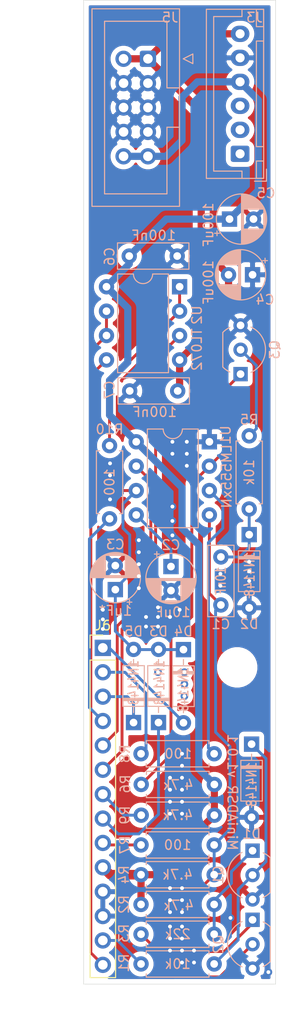
<source format=kicad_pcb>
(kicad_pcb (version 20171130) (host pcbnew 5.1.9+dfsg1-1~bpo10+1)
  (layers (0 F.Cu signal) (31 B.Cu signal) (34 B.Paste user) (35 F.Paste user) (36 B.SilkS user) (37 F.SilkS user) (38 B.Mask user) (39 F.Mask user) (44 Edge.Cuts user))
  (net 0 "")
  (net 1 "Net-(C1-Pad1)")
  (net 2 "Net-(C1-Pad2)")
  (net 3 "Net-(C2-Pad1)")
  (net 4 GND2)
  (net 5 "Net-(C3-Pad1)")
  (net 6 +12V)
  (net 7 -12V)
  (net 8 "Net-(D1-Pad1)")
  (net 9 "Net-(Q1-Pad1)")
  (net 10 "Net-(Q2-Pad2)")
  (net 11 "Net-(Q3-Pad2)")
  (net 12 "Net-(Q3-Pad1)")
  (net 13 "Net-(R8-Pad1)")
  (net 14 "Net-(R10-Pad1)")
  (net 15 B4)
  (net 16 B5)
  (net 17 B1)
  (net 18 B2)
  (net 19 B3)
  (net 20 B6)
  (net 21 B7)
  (net 22 B8)
  (net 23 B9)
  (net 24 B10)
  (net 25 B11)
  (module Resistor_THT:R_Axial_DIN0207_L6.3mm_D2.5mm_P7.62mm_Horizontal (layer B.Cu) (at 148.6 141 180)
    (fp_text reference R7 (at 9.3 0 270) (layer B.SilkS) (effects (justify mirror)))
    (fp_text value 100 (at 3.81 0) (layer B.SilkS) (effects (justify mirror)))
    (pad 1 thru_hole circle (at 0 0 180) (size 1.6 1.6) (drill 0.8) (layers *.Cu *.Mask) (net 2 "Net-(C1-Pad2)"))
    (pad 2 thru_hole oval (at 7.62 0 180) (size 1.6 1.6) (drill 0.8) (layers *.Cu *.Mask) (net 25 B11))
  )
  (module Capacitor_THT:C_Rect_L7.2mm_W2.5mm_P5.00mm_FKS2_FKP2_MKS2_MKP2 (layer B.Cu) (at 149.3 111 270)
    (fp_text reference C1 (at 7 0 180) (layer B.SilkS) (effects (justify mirror)))
    (fp_text value 10nF (at 2.5 0 90) (layer B.SilkS) (effects (font (size 1 0.8)) (justify mirror)))
    (pad 1 thru_hole circle (at 0 0 270) (size 1.6 1.6) (drill 0.8) (layers *.Cu *.Mask) (net 1 "Net-(C1-Pad1)"))
    (pad 2 thru_hole circle (at 5 0 270) (size 1.6 1.6) (drill 0.8) (layers *.Cu *.Mask) (net 2 "Net-(C1-Pad2)"))
  )
  (module Diode_THT:D_DO-35_SOD27_P7.62mm_Horizontal (layer B.Cu) (at 152.5 130.5 270)
    (fp_text reference D1 (at 9.35 0 180) (layer B.SilkS) (effects (justify mirror)))
    (fp_text value 1N4148 (at 4.2 0 270) (layer B.SilkS) (effects (font (size 1 0.8)) (justify mirror)))
    (pad 2 thru_hole oval (at 7.62 0 270) (size 1.6 1.6) (drill 0.8) (layers *.Cu *.Mask) (net 4 GND2))
    (pad 1 thru_hole rect (at 0 0 270) (size 1.6 1.6) (drill 0.8) (layers *.Cu *.Mask) (net 8 "Net-(D1-Pad1)"))
  )
  (module Resistor_THT:R_Axial_DIN0207_L6.3mm_D2.5mm_P7.62mm_Horizontal (layer B.Cu) (at 152.25 106 90)
    (fp_text reference R5 (at 9.3 0 180) (layer B.SilkS) (effects (justify mirror)))
    (fp_text value 10k (at 3.81 0 90) (layer B.SilkS) (effects (justify mirror)))
    (pad 1 thru_hole circle (at 0 0 90) (size 1.6 1.6) (drill 0.8) (layers *.Cu *.Mask) (net 1 "Net-(C1-Pad1)"))
    (pad 2 thru_hole oval (at 7.62 0 90) (size 1.6 1.6) (drill 0.8) (layers *.Cu *.Mask) (net 11 "Net-(Q3-Pad2)"))
  )
  (module Diode_THT:D_DO-35_SOD27_P7.62mm_Horizontal (layer B.Cu) (at 152.25 108.675 270)
    (fp_text reference D2 (at 9.3 0 180) (layer B.SilkS) (effects (justify mirror)))
    (fp_text value 1N4148 (at 4.125 -0.05 270) (layer B.SilkS) (effects (font (size 1 0.8)) (justify mirror)))
    (pad 1 thru_hole rect (at 0 0 270) (size 1.6 1.6) (drill 0.8) (layers *.Cu *.Mask) (net 1 "Net-(C1-Pad1)"))
    (pad 2 thru_hole oval (at 7.62 0 270) (size 1.6 1.6) (drill 0.8) (layers *.Cu *.Mask) (net 4 GND2))
  )
  (module Package_DIP:DIP-8_W7.62mm (layer B.Cu) (at 148.1 99 180)
    (fp_text reference U1 (at -1.7 0.7 90) (layer B.SilkS) (effects (justify mirror)))
    (fp_text value LM555xN (at -1.8 -3.6 90) (layer B.SilkS) (effects (justify mirror)))
    (pad 1 thru_hole rect (at 0 0 180) (size 1.6 1.6) (drill 0.8) (layers *.Cu *.Mask) (net 4 GND2))
    (pad 5 thru_hole oval (at 7.62 -7.62 180) (size 1.6 1.6) (drill 0.8) (layers *.Cu *.Mask) (net 3 "Net-(C2-Pad1)"))
    (pad 2 thru_hole oval (at 0 -2.54 180) (size 1.6 1.6) (drill 0.8) (layers *.Cu *.Mask) (net 12 "Net-(Q3-Pad1)"))
    (pad 6 thru_hole oval (at 7.62 -5.08 180) (size 1.6 1.6) (drill 0.8) (layers *.Cu *.Mask) (net 5 "Net-(C3-Pad1)"))
    (pad 3 thru_hole oval (at 0 -5.08 180) (size 1.6 1.6) (drill 0.8) (layers *.Cu *.Mask) (net 13 "Net-(R8-Pad1)"))
    (pad 7 thru_hole oval (at 7.62 -2.54 180) (size 1.6 1.6) (drill 0.8) (layers *.Cu *.Mask) (net 21 B7))
    (pad 4 thru_hole oval (at 0 -7.62 180) (size 1.6 1.6) (drill 0.8) (layers *.Cu *.Mask) (net 2 "Net-(C1-Pad2)"))
    (pad 8 thru_hole oval (at 7.62 0 180) (size 1.6 1.6) (drill 0.8) (layers *.Cu *.Mask) (net 6 +12V))
  )
  (module Capacitor_THT:CP_Radial_D5.0mm_P2.50mm (layer B.Cu) (at 144.1 112 270)
    (fp_text reference C2 (at -2.25 0 180) (layer B.SilkS) (effects (justify mirror)))
    (fp_text value 10uF (at 4.75 -0.2 180) (layer B.SilkS) (effects (justify mirror)))
    (pad 2 thru_hole circle (at 2.5 0 270) (size 1.6 1.6) (drill 0.8) (layers *.Cu *.Mask) (net 4 GND2))
    (pad 1 thru_hole rect (at 0 0 270) (size 1.6 1.6) (drill 0.8) (layers *.Cu *.Mask) (net 3 "Net-(C2-Pad1)"))
  )
  (module Connector_PinHeader_2.54mm:PinHeader_1x14_P2.54mm_Vertical (layer F.Cu) (at 137 120.47)
    (fp_text reference J6 (at 0 -2.33) (layer F.SilkS))
    (fp_text value MainBoard_Pins)
    (pad 1 thru_hole rect (at 0 0) (size 1.7 1.7) (drill 1) (layers *.Cu *.Mask) (net 19 B3))
    (pad 2 thru_hole oval (at 0 2.54) (size 1.7 1.7) (drill 1) (layers *.Cu *.Mask) (net 15 B4))
    (pad 3 thru_hole oval (at 0 5.08) (size 1.7 1.7) (drill 1) (layers *.Cu *.Mask) (net 16 B5))
    (pad 4 thru_hole oval (at 0 7.62) (size 1.7 1.7) (drill 1) (layers *.Cu *.Mask) (net 20 B6))
    (pad 5 thru_hole oval (at 0 10.16) (size 1.7 1.7) (drill 1) (layers *.Cu *.Mask) (net 21 B7))
    (pad 6 thru_hole oval (at 0 12.7) (size 1.7 1.7) (drill 1) (layers *.Cu *.Mask) (net 22 B8))
    (pad 7 thru_hole oval (at 0 15.24) (size 1.7 1.7) (drill 1) (layers *.Cu *.Mask) (net 23 B9))
    (pad 8 thru_hole oval (at 0 17.78) (size 1.7 1.7) (drill 1) (layers *.Cu *.Mask) (net 24 B10))
    (pad 9 thru_hole oval (at 0 20.32) (size 1.7 1.7) (drill 1) (layers *.Cu *.Mask) (net 25 B11))
    (pad 10 thru_hole oval (at 0 22.86) (size 1.7 1.7) (drill 1) (layers *.Cu *.Mask) (net 6 +12V))
    (pad 11 thru_hole oval (at 0 25.4) (size 1.7 1.7) (drill 1) (layers *.Cu *.Mask) (net 4 GND2))
    (pad 12 thru_hole oval (at 0 27.94) (size 1.7 1.7) (drill 1) (layers *.Cu *.Mask) (net 4 GND2))
    (pad 13 thru_hole oval (at 0 30.48) (size 1.7 1.7) (drill 1) (layers *.Cu *.Mask) (net 17 B1))
    (pad 14 thru_hole oval (at 0 33.02) (size 1.7 1.7) (drill 1) (layers *.Cu *.Mask) (net 18 B2))
  )
  (module Resistor_THT:R_Axial_DIN0207_L6.3mm_D2.5mm_P7.62mm_Horizontal (layer B.Cu) (at 148.6 150.3 180)
    (fp_text reference R3 (at 9.4 0.1 270) (layer B.SilkS) (effects (justify mirror)))
    (fp_text value 22k (at 3.8 0) (layer B.SilkS) (effects (justify mirror)))
    (pad 1 thru_hole circle (at 0 0 180) (size 1.6 1.6) (drill 0.8) (layers *.Cu *.Mask) (net 9 "Net-(Q1-Pad1)"))
    (pad 2 thru_hole oval (at 7.62 0 180) (size 1.6 1.6) (drill 0.8) (layers *.Cu *.Mask) (net 10 "Net-(Q2-Pad2)"))
  )
  (module Resistor_THT:R_Axial_DIN0207_L6.3mm_D2.5mm_P7.62mm_Horizontal (layer B.Cu) (at 148.6 153.4 180)
    (fp_text reference R1 (at 9.4 0.1 270) (layer B.SilkS) (effects (justify mirror)))
    (fp_text value 10k (at 3.8 0) (layer B.SilkS) (effects (justify mirror)))
    (pad 1 thru_hole circle (at 0 0 180) (size 1.6 1.6) (drill 0.8) (layers *.Cu *.Mask) (net 8 "Net-(D1-Pad1)"))
    (pad 2 thru_hole oval (at 7.62 0 180) (size 1.6 1.6) (drill 0.8) (layers *.Cu *.Mask) (net 17 B1))
  )
  (module Resistor_THT:R_Axial_DIN0207_L6.3mm_D2.5mm_P7.62mm_Horizontal (layer B.Cu) (at 141 137.9)
    (fp_text reference R9 (at -1.7 0 270) (layer B.SilkS) (effects (justify mirror)))
    (fp_text value 4.7k (at 3.81 0) (layer B.SilkS) (effects (justify mirror)))
    (pad 2 thru_hole oval (at 7.62 0) (size 1.6 1.6) (drill 0.8) (layers *.Cu *.Mask) (net 6 +12V))
    (pad 1 thru_hole circle (at 0 0) (size 1.6 1.6) (drill 0.8) (layers *.Cu *.Mask) (net 23 B9))
  )
  (module MountingHole:MountingHole_3.2mm_M3 (layer F.Cu) (at 151 122.5)
    (fp_text reference REF** hide)
    (fp_text value MountingHole_3.2mm_M3)
    (pad 1 np_thru_hole circle (at 0 0) (size 3.2 3.2) (drill 3.2) (layers *.Cu *.Mask))
  )
  (module Resistor_THT:R_Axial_DIN0207_L6.3mm_D2.5mm_P7.62mm_Horizontal (layer B.Cu) (at 137.7 99.4 270)
    (fp_text reference R10 (at -1.7 0 180) (layer B.SilkS) (effects (justify mirror)))
    (fp_text value 100 (at 3.8 0 90) (layer B.SilkS) (effects (justify mirror)))
    (pad 2 thru_hole oval (at 7.62 0 270) (size 1.6 1.6) (drill 0.8) (layers *.Cu *.Mask) (net 20 B6))
    (pad 1 thru_hole circle (at 0 0 270) (size 1.6 1.6) (drill 0.8) (layers *.Cu *.Mask) (net 14 "Net-(R10-Pad1)"))
  )
  (module Resistor_THT:R_Axial_DIN0207_L6.3mm_D2.5mm_P7.62mm_Horizontal (layer B.Cu) (at 148.6 131.5 180)
    (fp_text reference R8 (at 9.3 0 270) (layer B.SilkS) (effects (justify mirror)))
    (fp_text value 100 (at 3.75 0) (layer B.SilkS) (effects (justify mirror)))
    (pad 1 thru_hole circle (at 0 0 180) (size 1.6 1.6) (drill 0.8) (layers *.Cu *.Mask) (net 13 "Net-(R8-Pad1)"))
    (pad 2 thru_hole oval (at 7.62 0 180) (size 1.6 1.6) (drill 0.8) (layers *.Cu *.Mask) (net 15 B4))
  )
  (module Resistor_THT:R_Axial_DIN0207_L6.3mm_D2.5mm_P7.62mm_Horizontal (layer B.Cu) (at 141 134.7)
    (fp_text reference R6 (at -1.65 -0.05 270) (layer B.SilkS) (effects (justify mirror)))
    (fp_text value 4.7k (at 3.85 0.05) (layer B.SilkS) (effects (justify mirror)))
    (pad 2 thru_hole oval (at 7.62 0) (size 1.6 1.6) (drill 0.8) (layers *.Cu *.Mask) (net 6 +12V))
    (pad 1 thru_hole circle (at 0 0) (size 1.6 1.6) (drill 0.8) (layers *.Cu *.Mask) (net 12 "Net-(Q3-Pad1)"))
  )
  (module Resistor_THT:R_Axial_DIN0207_L6.3mm_D2.5mm_P7.62mm_Horizontal (layer B.Cu) (at 148.6 144.1 180)
    (fp_text reference R4 (at 9.4 0 270) (layer B.SilkS) (effects (justify mirror)))
    (fp_text value 4.7k (at 3.81 0) (layer B.SilkS) (effects (justify mirror)))
    (pad 2 thru_hole oval (at 7.62 0 180) (size 1.6 1.6) (drill 0.8) (layers *.Cu *.Mask) (net 6 +12V))
    (pad 1 thru_hole circle (at 0 0 180) (size 1.6 1.6) (drill 0.8) (layers *.Cu *.Mask) (net 2 "Net-(C1-Pad2)"))
  )
  (module Resistor_THT:R_Axial_DIN0207_L6.3mm_D2.5mm_P7.62mm_Horizontal (layer B.Cu) (at 148.6 147.2 180)
    (fp_text reference R2 (at 9.4 0 270) (layer B.SilkS) (effects (justify mirror)))
    (fp_text value 4.7k (at 3.7 -0.1) (layer B.SilkS) (effects (justify mirror)))
    (pad 2 thru_hole oval (at 7.62 0 180) (size 1.6 1.6) (drill 0.8) (layers *.Cu *.Mask) (net 6 +12V))
    (pad 1 thru_hole circle (at 0 0 180) (size 1.6 1.6) (drill 0.8) (layers *.Cu *.Mask) (net 9 "Net-(Q1-Pad1)"))
  )
  (module Capacitor_THT:CP_Radial_D5.0mm_P2.50mm (layer B.Cu) (at 138.3 114.4 90)
    (fp_text reference C3 (at 4.7 0 180) (layer B.SilkS) (effects (justify mirror)))
    (fp_text value 1uF* (at -2.2 0 180) (layer B.SilkS) (effects (justify mirror)))
    (pad 1 thru_hole rect (at 0 0 90) (size 1.6 1.6) (drill 0.8) (layers *.Cu *.Mask) (net 5 "Net-(C3-Pad1)"))
    (pad 2 thru_hole circle (at 2.5 0 90) (size 1.6 1.6) (drill 0.8) (layers *.Cu *.Mask) (net 4 GND2))
  )
  (module Capacitor_THT:CP_Radial_D5.0mm_P2.50mm (layer B.Cu) (at 150.2 75.8)
    (fp_text reference C4 (at 3.7 8.4 180) (layer B.SilkS) (effects (justify mirror)))
    (fp_text value 100uF (at -2.2 0.6 90) (layer B.SilkS) (effects (justify mirror)))
    (pad 2 thru_hole circle (at 2.5 0) (size 1.6 1.6) (drill 0.8) (layers *.Cu *.Mask) (net 4 GND2))
    (pad 1 thru_hole rect (at 0 0) (size 1.6 1.6) (drill 0.8) (layers *.Cu *.Mask) (net 6 +12V))
  )
  (module Capacitor_THT:CP_Radial_D5.0mm_P2.50mm (layer B.Cu) (at 152.6 81.6 180)
    (fp_text reference C5 (at -1.4 8.5 180) (layer B.SilkS) (effects (justify mirror)))
    (fp_text value 100uF (at 4.6 -0.8 90) (layer B.SilkS) (effects (justify mirror)))
    (pad 1 thru_hole rect (at 0 0 180) (size 1.6 1.6) (drill 0.8) (layers *.Cu *.Mask) (net 4 GND2))
    (pad 2 thru_hole circle (at 2.5 0 180) (size 1.6 1.6) (drill 0.8) (layers *.Cu *.Mask) (net 7 -12V))
  )
  (module Capacitor_THT:C_Rect_L7.2mm_W2.5mm_P5.00mm_FKS2_FKP2_MKS2_MKP2 (layer B.Cu) (at 139.75 79.65)
    (fp_text reference C6 (at -2.05 0.05 90) (layer B.SilkS) (effects (justify mirror)))
    (fp_text value 100nF (at 2.55 -2.15) (layer B.SilkS) (effects (justify mirror)))
    (pad 2 thru_hole circle (at 5 0) (size 1.6 1.6) (drill 0.8) (layers *.Cu *.Mask) (net 4 GND2))
    (pad 1 thru_hole circle (at 0 0) (size 1.6 1.6) (drill 0.8) (layers *.Cu *.Mask) (net 6 +12V))
  )
  (module Capacitor_THT:C_Rect_L7.2mm_W2.5mm_P5.00mm_FKS2_FKP2_MKS2_MKP2 (layer B.Cu) (at 139.8 93.7)
    (fp_text reference C7 (at -2.1 -0.1 90) (layer B.SilkS) (effects (justify mirror)))
    (fp_text value 100nF (at 2.6 2.2) (layer B.SilkS) (effects (justify mirror)))
    (pad 1 thru_hole circle (at 0 0) (size 1.6 1.6) (drill 0.8) (layers *.Cu *.Mask) (net 4 GND2))
    (pad 2 thru_hole circle (at 5 0) (size 1.6 1.6) (drill 0.8) (layers *.Cu *.Mask) (net 7 -12V))
  )
  (module Diode_THT:D_DO-35_SOD27_P7.62mm_Horizontal (layer B.Cu) (at 142.8 128.25 90)
    (fp_text reference D3 (at 9.5 0) (layer B.SilkS) (effects (justify mirror)))
    (fp_text value 1N4148 (at 4.15 0.1 90) (layer B.SilkS) (effects (font (size 1 0.8)) (justify mirror)))
    (pad 2 thru_hole oval (at 7.62 0 90) (size 1.6 1.6) (drill 0.8) (layers *.Cu *.Mask) (net 5 "Net-(C3-Pad1)"))
    (pad 1 thru_hole rect (at 0 0 90) (size 1.6 1.6) (drill 0.8) (layers *.Cu *.Mask) (net 24 B10))
  )
  (module Diode_THT:D_DO-35_SOD27_P7.62mm_Horizontal (layer B.Cu) (at 145.4 120.65 270)
    (fp_text reference D4 (at -1.9 0 180) (layer B.SilkS) (effects (justify mirror)))
    (fp_text value 1N4148 (at 4.15 0 90) (layer B.SilkS) (effects (font (size 1 0.8)) (justify mirror)))
    (pad 1 thru_hole rect (at 0 0 270) (size 1.6 1.6) (drill 0.8) (layers *.Cu *.Mask) (net 5 "Net-(C3-Pad1)"))
    (pad 2 thru_hole oval (at 7.62 0 270) (size 1.6 1.6) (drill 0.8) (layers *.Cu *.Mask) (net 19 B3))
  )
  (module Diode_THT:D_DO-35_SOD27_P7.62mm_Horizontal (layer B.Cu) (at 140.2 128.25 90)
    (fp_text reference D5 (at 9.5 0 180) (layer B.SilkS) (effects (justify mirror)))
    (fp_text value 1N4148 (at 4.15 0 90) (layer B.SilkS) (effects (font (size 1 0.8)) (justify mirror)))
    (pad 1 thru_hole rect (at 0 0 90) (size 1.6 1.6) (drill 0.8) (layers *.Cu *.Mask) (net 16 B5))
    (pad 2 thru_hole oval (at 7.62 0 90) (size 1.6 1.6) (drill 0.8) (layers *.Cu *.Mask) (net 5 "Net-(C3-Pad1)"))
  )
  (module Connector_JST:JST_XH_B6B-XH-A_1x06_P2.50mm_Vertical (layer B.Cu) (at 151.3 69 90)
    (fp_text reference J3 (at 14.2 1.5) (layer B.SilkS) (effects (justify mirror)))
    (fp_text value JST_BUS)
    (pad 1 thru_hole roundrect (at 0 0 90) (size 1.7 1.95) (drill 0.95) (layers *.Cu *.Mask) (roundrect_rratio 0.1470588235294118))
    (pad 2 thru_hole oval (at 2.5 0 90) (size 1.7 1.95) (drill 0.95) (layers *.Cu *.Mask))
    (pad 3 thru_hole oval (at 5 0 90) (size 1.7 1.95) (drill 0.95) (layers *.Cu *.Mask))
    (pad 4 thru_hole oval (at 7.5 0 90) (size 1.7 1.95) (drill 0.95) (layers *.Cu *.Mask) (net 6 +12V))
    (pad 5 thru_hole oval (at 10 0 90) (size 1.7 1.95) (drill 0.95) (layers *.Cu *.Mask) (net 4 GND2))
    (pad 6 thru_hole oval (at 12.5 0 90) (size 1.7 1.95) (drill 0.95) (layers *.Cu *.Mask) (net 7 -12V))
  )
  (module Connector_IDC:IDC-Header_2x05_P2.54mm_Vertical (layer B.Cu) (at 141.7 59.1 180)
    (fp_text reference J5 (at -2.3 4.3) (layer B.SilkS) (effects (justify mirror)))
    (fp_text value IDC_BUS)
    (pad 1 thru_hole roundrect (at 0 0 180) (size 1.7 1.7) (drill 1) (layers *.Cu *.Mask) (roundrect_rratio 0.1470588235294118) (net 7 -12V))
    (pad 3 thru_hole circle (at 0 -2.54 180) (size 1.7 1.7) (drill 1) (layers *.Cu *.Mask) (net 4 GND2))
    (pad 5 thru_hole circle (at 0 -5.08 180) (size 1.7 1.7) (drill 1) (layers *.Cu *.Mask) (net 4 GND2))
    (pad 7 thru_hole circle (at 0 -7.62 180) (size 1.7 1.7) (drill 1) (layers *.Cu *.Mask) (net 4 GND2))
    (pad 9 thru_hole circle (at 0 -10.16 180) (size 1.7 1.7) (drill 1) (layers *.Cu *.Mask) (net 6 +12V))
    (pad 2 thru_hole circle (at 2.54 0 180) (size 1.7 1.7) (drill 1) (layers *.Cu *.Mask) (net 7 -12V))
    (pad 4 thru_hole circle (at 2.54 -2.54 180) (size 1.7 1.7) (drill 1) (layers *.Cu *.Mask) (net 4 GND2))
    (pad 6 thru_hole circle (at 2.54 -5.08 180) (size 1.7 1.7) (drill 1) (layers *.Cu *.Mask) (net 4 GND2))
    (pad 8 thru_hole circle (at 2.54 -7.62 180) (size 1.7 1.7) (drill 1) (layers *.Cu *.Mask) (net 4 GND2))
    (pad 10 thru_hole circle (at 2.54 -10.16 180) (size 1.7 1.7) (drill 1) (layers *.Cu *.Mask) (net 6 +12V))
  )
  (module Package_DIP:DIP-8_W7.62mm (layer B.Cu) (at 145 82.85 180)
    (fp_text reference U2 (at -1.8 -2.95 90) (layer B.SilkS) (effects (justify mirror)))
    (fp_text value TL072 (at -1.8 -6.55 90) (layer B.SilkS) (effects (justify mirror)))
    (pad 8 thru_hole oval (at 7.62 0 180) (size 1.6 1.6) (drill 0.8) (layers *.Cu *.Mask) (net 6 +12V))
    (pad 4 thru_hole oval (at 0 -7.62 180) (size 1.6 1.6) (drill 0.8) (layers *.Cu *.Mask) (net 7 -12V))
    (pad 7 thru_hole oval (at 7.62 -2.54 180) (size 1.6 1.6) (drill 0.8) (layers *.Cu *.Mask) (net 18 B2))
    (pad 3 thru_hole oval (at 0 -5.08 180) (size 1.6 1.6) (drill 0.8) (layers *.Cu *.Mask) (net 22 B8))
    (pad 6 thru_hole oval (at 7.62 -5.08 180) (size 1.6 1.6) (drill 0.8) (layers *.Cu *.Mask) (net 18 B2))
    (pad 2 thru_hole oval (at 0 -2.54 180) (size 1.6 1.6) (drill 0.8) (layers *.Cu *.Mask) (net 14 "Net-(R10-Pad1)"))
    (pad 5 thru_hole oval (at 7.62 -7.62 180) (size 1.6 1.6) (drill 0.8) (layers *.Cu *.Mask) (net 5 "Net-(C3-Pad1)"))
    (pad 1 thru_hole rect (at 0 0 180) (size 1.6 1.6) (drill 0.8) (layers *.Cu *.Mask) (net 14 "Net-(R10-Pad1)"))
  )
  (module Package_TO_SOT_THT:TO-92_Inline_Wide (layer B.Cu) (at 152.6 141.6 270)
    (fp_text reference Q1 (at 2.54 3.56 90) (layer B.SilkS) (effects (justify mirror)))
    (fp_text value BC547)
    (pad 2 thru_hole circle (at 2.54 0 270) (size 1.5 1.5) (drill 0.8) (layers *.Cu *.Mask) (net 8 "Net-(D1-Pad1)"))
    (pad 3 thru_hole circle (at 5.08 0 270) (size 1.5 1.5) (drill 0.8) (layers *.Cu *.Mask) (net 4 GND2))
    (pad 1 thru_hole rect (at 0 0 270) (size 1.5 1.5) (drill 0.8) (layers *.Cu *.Mask) (net 9 "Net-(Q1-Pad1)"))
  )
  (module Package_TO_SOT_THT:TO-92_Inline_Wide (layer B.Cu) (at 152.6 148.8 270)
    (fp_text reference Q2 (at 2.54 3.56 90) (layer B.SilkS) (effects (justify mirror)))
    (fp_text value BC547)
    (pad 1 thru_hole rect (at 0 0 270) (size 1.5 1.5) (drill 0.8) (layers *.Cu *.Mask) (net 2 "Net-(C1-Pad2)"))
    (pad 3 thru_hole circle (at 5.08 0 270) (size 1.5 1.5) (drill 0.8) (layers *.Cu *.Mask) (net 4 GND2))
    (pad 2 thru_hole circle (at 2.54 0 270) (size 1.5 1.5) (drill 0.8) (layers *.Cu *.Mask) (net 10 "Net-(Q2-Pad2)"))
  )
  (module Package_TO_SOT_THT:TO-92_Inline_Wide (layer B.Cu) (at 151.35 91.95 90)
    (fp_text reference Q3 (at 2.54 3.56 90) (layer B.SilkS) (effects (justify mirror)))
    (fp_text value BC547)
    (pad 2 thru_hole circle (at 2.54 0 90) (size 1.5 1.5) (drill 0.8) (layers *.Cu *.Mask) (net 11 "Net-(Q3-Pad2)"))
    (pad 3 thru_hole circle (at 5.08 0 90) (size 1.5 1.5) (drill 0.8) (layers *.Cu *.Mask) (net 4 GND2))
    (pad 1 thru_hole rect (at 0 0 90) (size 1.5 1.5) (drill 0.8) (layers *.Cu *.Mask) (net 12 "Net-(Q3-Pad1)"))
  )
  (gr_text "MiniADSR v1.0.1" (at 150.5 135.5 270) (layer B.SilkS) (effects (font (size 1 1)) (justify mirror)))
  (gr_line (start 135 155.5) (end 135 53) (layer Edge.Cuts) (width 0.05))
  (gr_line (start 155 155.5) (end 135 155.5) (layer Edge.Cuts) (width 0.05))
  (gr_line (start 155 53) (end 155 155.5) (layer Edge.Cuts) (width 0.05))
  (gr_line (start 135 53) (end 155 53) (layer Edge.Cuts) (width 0.05))
  (via (at 145.5 123) (size 0.8) (drill 0.4) (layers F.Cu B.Cu) (net 0))
  (via (at 145.5 124.25) (size 0.8) (drill 0.4) (layers F.Cu B.Cu) (net 0))
  (via (at 145.5 125.5) (size 0.8) (drill 0.4) (layers F.Cu B.Cu) (net 0))
  (via (at 142.75 123) (size 0.8) (drill 0.4) (layers F.Cu B.Cu) (net 0))
  (segment (start 152.25 106) (end 152.25 108.675) (width 0.3) (layer B.Cu) (net 1))
  (segment (start 151.25 111) (end 149.3 111) (width 0.3) (layer B.Cu) (net 1))
  (segment (start 152.25 108.675) (end 152.25 110) (width 0.3) (layer B.Cu) (net 1))
  (segment (start 152.25 110) (end 151.25 111) (width 0.3) (layer B.Cu) (net 1))
  (segment (start 147.15 151.15) (end 147.15 145.55) (width 0.3) (layer F.Cu) (net 2))
  (segment (start 148.1 152.1) (end 147.15 151.15) (width 0.3) (layer F.Cu) (net 2))
  (segment (start 147.15 145.55) (end 148.6 144.1) (width 0.3) (layer F.Cu) (net 2))
  (segment (start 149.65 152.1) (end 148.1 152.1) (width 0.3) (layer F.Cu) (net 2))
  (segment (start 152.6 148.8) (end 152.6 149.15) (width 0.3) (layer F.Cu) (net 2))
  (segment (start 152.6 149.15) (end 149.65 152.1) (width 0.3) (layer F.Cu) (net 2))
  (segment (start 148.1 114.8) (end 149.3 116) (width 0.3) (layer F.Cu) (net 2))
  (segment (start 148.1 106.62) (end 148.1 114.8) (width 0.3) (layer F.Cu) (net 2))
  (segment (start 150.25 139.35) (end 148.6 141) (width 0.3) (layer B.Cu) (net 2))
  (segment (start 150.25 130.75) (end 150.25 139.35) (width 0.3) (layer B.Cu) (net 2))
  (segment (start 148.6 141) (end 148.6 144.1) (width 0.3) (layer B.Cu) (net 2))
  (segment (start 148.75 129.25) (end 150.25 130.75) (width 0.3) (layer B.Cu) (net 2))
  (segment (start 149.3 116) (end 148.75 116.55) (width 0.3) (layer B.Cu) (net 2))
  (segment (start 148.75 116.55) (end 148.75 129.25) (width 0.3) (layer B.Cu) (net 2))
  (segment (start 144.1 110.24) (end 140.48 106.62) (width 0.3) (layer B.Cu) (net 3))
  (segment (start 144.1 112) (end 144.1 110.24) (width 0.3) (layer B.Cu) (net 3))
  (via (at 154.25 154.25) (size 0.8) (drill 0.4) (layers F.Cu B.Cu) (net 4))
  (via (at 150.3 148.6) (size 0.8) (drill 0.4) (layers F.Cu B.Cu) (net 4))
  (via (at 144 117.25) (size 0.8) (drill 0.4) (layers F.Cu B.Cu) (net 4))
  (via (at 142.75 117.25) (size 0.8) (drill 0.4) (layers F.Cu B.Cu) (net 4))
  (via (at 141.5 117.25) (size 0.8) (drill 0.4) (layers F.Cu B.Cu) (net 4))
  (via (at 137 116.5) (size 0.8) (drill 0.4) (layers F.Cu B.Cu) (net 4))
  (via (at 137 117.5) (size 0.8) (drill 0.4) (layers F.Cu B.Cu) (net 4))
  (via (at 137 118.5) (size 0.8) (drill 0.4) (layers F.Cu B.Cu) (net 4))
  (via (at 144.25 108.75) (size 0.8) (drill 0.4) (layers F.Cu B.Cu) (net 4))
  (via (at 142.75 116.25) (size 0.8) (drill 0.4) (layers F.Cu B.Cu) (net 4))
  (via (at 142.75 118.25) (size 0.8) (drill 0.4) (layers F.Cu B.Cu) (net 4))
  (via (at 141.5 118.25) (size 0.8) (drill 0.4) (layers F.Cu B.Cu) (net 4))
  (via (at 140.75 114.25) (size 0.8) (drill 0.4) (layers F.Cu B.Cu) (net 4))
  (via (at 140.75 113) (size 0.8) (drill 0.4) (layers F.Cu B.Cu) (net 4))
  (via (at 140.75 111.75) (size 0.8) (drill 0.4) (layers F.Cu B.Cu) (net 4))
  (via (at 145 116.5) (size 0.8) (drill 0.4) (layers F.Cu B.Cu) (net 4))
  (via (at 152.25 113.5) (size 0.8) (drill 0.4) (layers F.Cu B.Cu) (net 4))
  (via (at 152.25 112.5) (size 0.8) (drill 0.4) (layers F.Cu B.Cu) (net 4))
  (via (at 152.25 111.5) (size 0.8) (drill 0.4) (layers F.Cu B.Cu) (net 4))
  (via (at 149.25 112.75) (size 0.8) (drill 0.4) (layers F.Cu B.Cu) (net 4))
  (via (at 149.25 114) (size 0.8) (drill 0.4) (layers F.Cu B.Cu) (net 4))
  (via (at 145.75 99) (size 0.8) (drill 0.4) (layers F.Cu B.Cu) (net 4))
  (via (at 145.75 100.25) (size 0.8) (drill 0.4) (layers F.Cu B.Cu) (net 4))
  (via (at 145.75 101.5) (size 0.8) (drill 0.4) (layers F.Cu B.Cu) (net 4))
  (via (at 144.25 100.25) (size 0.8) (drill 0.4) (layers F.Cu B.Cu) (net 4))
  (via (at 144.25 99) (size 0.8) (drill 0.4) (layers F.Cu B.Cu) (net 4))
  (via (at 144.25 105.75) (size 0.8) (drill 0.4) (layers F.Cu B.Cu) (net 4))
  (via (at 144.25 107.25) (size 0.8) (drill 0.4) (layers F.Cu B.Cu) (net 4))
  (via (at 140.75 110.5) (size 0.8) (drill 0.4) (layers F.Cu B.Cu) (net 4))
  (via (at 140.75 109.25) (size 0.8) (drill 0.4) (layers F.Cu B.Cu) (net 4))
  (via (at 145.25 131.5) (size 0.8) (drill 0.4) (layers F.Cu B.Cu) (net 4))
  (via (at 145.25 132.75) (size 0.8) (drill 0.4) (layers F.Cu B.Cu) (net 4))
  (via (at 145.25 134) (size 0.8) (drill 0.4) (layers F.Cu B.Cu) (net 4))
  (via (at 145.25 135.25) (size 0.8) (drill 0.4) (layers F.Cu B.Cu) (net 4))
  (via (at 145.25 136.5) (size 0.8) (drill 0.4) (layers F.Cu B.Cu) (net 4))
  (via (at 145.25 137.75) (size 0.8) (drill 0.4) (layers F.Cu B.Cu) (net 4))
  (via (at 144 137.75) (size 0.8) (drill 0.4) (layers F.Cu B.Cu) (net 4))
  (via (at 144 136.5) (size 0.8) (drill 0.4) (layers F.Cu B.Cu) (net 4))
  (via (at 144 135.25) (size 0.8) (drill 0.4) (layers F.Cu B.Cu) (net 4))
  (via (at 144 134) (size 0.8) (drill 0.4) (layers F.Cu B.Cu) (net 4))
  (via (at 144 145.5) (size 0.8) (drill 0.4) (layers F.Cu B.Cu) (net 4))
  (via (at 144 146.75) (size 0.8) (drill 0.4) (layers F.Cu B.Cu) (net 4))
  (via (at 144 148) (size 0.8) (drill 0.4) (layers F.Cu B.Cu) (net 4))
  (via (at 144 149.5) (size 0.8) (drill 0.4) (layers F.Cu B.Cu) (net 4))
  (via (at 144 150.75) (size 0.8) (drill 0.4) (layers F.Cu B.Cu) (net 4))
  (via (at 144 152) (size 0.8) (drill 0.4) (layers F.Cu B.Cu) (net 4))
  (via (at 145.25 152) (size 0.8) (drill 0.4) (layers F.Cu B.Cu) (net 4))
  (via (at 145.25 150.75) (size 0.8) (drill 0.4) (layers F.Cu B.Cu) (net 4))
  (via (at 145.25 149.5) (size 0.8) (drill 0.4) (layers F.Cu B.Cu) (net 4))
  (via (at 145.25 148) (size 0.8) (drill 0.4) (layers F.Cu B.Cu) (net 4))
  (via (at 145.25 146.75) (size 0.8) (drill 0.4) (layers F.Cu B.Cu) (net 4))
  (via (at 145.25 145.5) (size 0.8) (drill 0.4) (layers F.Cu B.Cu) (net 4))
  (via (at 145.25 153.25) (size 0.8) (drill 0.4) (layers F.Cu B.Cu) (net 4))
  (via (at 146.5 153.25) (size 0.8) (drill 0.4) (layers F.Cu B.Cu) (net 4))
  (via (at 146.5 152) (size 0.8) (drill 0.4) (layers F.Cu B.Cu) (net 4))
  (via (at 137.75 101.25) (size 0.8) (drill 0.4) (layers F.Cu B.Cu) (net 4))
  (via (at 137.75 102.5) (size 0.8) (drill 0.4) (layers F.Cu B.Cu) (net 4))
  (via (at 137.75 105) (size 0.8) (drill 0.4) (layers F.Cu B.Cu) (net 4))
  (segment (start 138.3 118.73) (end 140.2 120.63) (width 0.3) (layer B.Cu) (net 5))
  (segment (start 138.3 114.4) (end 138.3 118.73) (width 0.3) (layer B.Cu) (net 5))
  (segment (start 139.8 112.8) (end 138.3 114.3) (width 0.3) (layer B.Cu) (net 5))
  (segment (start 139.8 108.7) (end 139.8 112.8) (width 0.3) (layer B.Cu) (net 5))
  (segment (start 139.1 108) (end 139.8 108.7) (width 0.3) (layer B.Cu) (net 5))
  (segment (start 140.48 104.08) (end 139.1 105.46) (width 0.3) (layer B.Cu) (net 5))
  (segment (start 138.3 114.3) (end 138.3 114.4) (width 0.3) (layer B.Cu) (net 5))
  (segment (start 139.1 105.46) (end 139.1 108) (width 0.3) (layer B.Cu) (net 5))
  (segment (start 140.22 120.65) (end 140.2 120.63) (width 0.3) (layer B.Cu) (net 5))
  (segment (start 145.4 120.65) (end 140.22 120.65) (width 0.3) (layer B.Cu) (net 5))
  (segment (start 136.25 91.6) (end 137.38 90.47) (width 0.3) (layer F.Cu) (net 5))
  (segment (start 136.25 103.25) (end 136.25 91.6) (width 0.3) (layer F.Cu) (net 5))
  (segment (start 140.48 104.08) (end 137.08 104.08) (width 0.3) (layer F.Cu) (net 5))
  (segment (start 137.08 104.08) (end 136.25 103.25) (width 0.3) (layer F.Cu) (net 5))
  (segment (start 140.98 144.1) (end 140.98 147.2) (width 0.75) (layer F.Cu) (net 6))
  (segment (start 148.62 134.7) (end 148.62 137.9) (width 0.75) (layer F.Cu) (net 6))
  (segment (start 137.77 144.1) (end 137 143.33) (width 1) (layer F.Cu) (net 6))
  (segment (start 140.98 144.1) (end 137.77 144.1) (width 1) (layer F.Cu) (net 6))
  (segment (start 143.6 75.8) (end 139.75 79.65) (width 0.75) (layer B.Cu) (net 6))
  (segment (start 150.2 75.8) (end 143.6 75.8) (width 0.75) (layer B.Cu) (net 6))
  (segment (start 139.75 80.48) (end 137.38 82.85) (width 0.75) (layer B.Cu) (net 6))
  (segment (start 139.75 79.65) (end 139.75 80.48) (width 0.75) (layer B.Cu) (net 6))
  (segment (start 137.7 96.22) (end 140.48 99) (width 0.75) (layer B.Cu) (net 6))
  (segment (start 137.7 92.6) (end 137.7 96.22) (width 0.75) (layer B.Cu) (net 6))
  (segment (start 139.6 90.7) (end 137.7 92.6) (width 0.75) (layer B.Cu) (net 6))
  (segment (start 137.38 82.85) (end 139.6 85.07) (width 0.75) (layer B.Cu) (net 6))
  (segment (start 139.6 85.07) (end 139.6 90.7) (width 0.75) (layer B.Cu) (net 6))
  (segment (start 145.25 67.6) (end 143.59 69.26) (width 0.75) (layer B.Cu) (net 6))
  (segment (start 145.25 63.1) (end 145.25 67.6) (width 0.75) (layer B.Cu) (net 6))
  (segment (start 143.59 69.26) (end 141.7 69.26) (width 0.75) (layer B.Cu) (net 6))
  (segment (start 151.3 61.5) (end 146.85 61.5) (width 0.75) (layer B.Cu) (net 6))
  (segment (start 146.85 61.5) (end 145.25 63.1) (width 0.75) (layer B.Cu) (net 6))
  (segment (start 153.2 72.8) (end 150.2 75.8) (width 0.75) (layer B.Cu) (net 6))
  (segment (start 151.3 61.5) (end 153.2 63.4) (width 0.75) (layer B.Cu) (net 6))
  (segment (start 153.2 63.4) (end 153.2 72.8) (width 0.75) (layer B.Cu) (net 6))
  (segment (start 142.42 144.1) (end 148.62 137.9) (width 0.75) (layer F.Cu) (net 6))
  (segment (start 140.98 144.1) (end 142.42 144.1) (width 0.75) (layer F.Cu) (net 6))
  (segment (start 145.25 103.77) (end 140.48 99) (width 0.75) (layer B.Cu) (net 6))
  (segment (start 147 109.75) (end 145.25 108) (width 0.75) (layer B.Cu) (net 6))
  (segment (start 148.62 134.7) (end 147 133.08) (width 0.75) (layer B.Cu) (net 6))
  (segment (start 145.25 108) (end 145.25 103.77) (width 0.75) (layer B.Cu) (net 6))
  (segment (start 147 133.08) (end 147 109.75) (width 0.75) (layer B.Cu) (net 6))
  (segment (start 139.16 69.26) (end 141.7 69.26) (width 0.75) (layer B.Cu) (net 6))
  (segment (start 150.1 85.37) (end 145 90.47) (width 0.75) (layer F.Cu) (net 7))
  (segment (start 150.1 81.6) (end 150.1 85.37) (width 0.75) (layer F.Cu) (net 7))
  (segment (start 145 93.5) (end 144.8 93.7) (width 0.75) (layer F.Cu) (net 7))
  (segment (start 145 90.47) (end 145 93.5) (width 0.75) (layer F.Cu) (net 7))
  (segment (start 144.3 56.5) (end 141.7 59.1) (width 0.75) (layer F.Cu) (net 7))
  (segment (start 151.3 56.5) (end 144.3 56.5) (width 0.75) (layer F.Cu) (net 7))
  (segment (start 141.7 59.1) (end 139.16 59.1) (width 0.75) (layer F.Cu) (net 7))
  (segment (start 141.7 59.1) (end 147.25 64.65) (width 0.75) (layer F.Cu) (net 7))
  (segment (start 147.25 78.75) (end 150.1 81.6) (width 0.75) (layer F.Cu) (net 7))
  (segment (start 147.25 64.65) (end 147.25 78.75) (width 0.75) (layer F.Cu) (net 7))
  (segment (start 154 132) (end 154 142.74) (width 0.3) (layer B.Cu) (net 8))
  (segment (start 154 142.74) (end 152.6 144.14) (width 0.3) (layer B.Cu) (net 8))
  (segment (start 152.5 130.5) (end 154 132) (width 0.3) (layer B.Cu) (net 8))
  (segment (start 151.1 150.9) (end 148.6 153.4) (width 0.3) (layer B.Cu) (net 8))
  (segment (start 151.1 145.65) (end 151.1 150.9) (width 0.3) (layer B.Cu) (net 8))
  (segment (start 152.6 144.14) (end 152.6 144.15) (width 0.3) (layer B.Cu) (net 8))
  (segment (start 152.6 144.15) (end 151.1 145.65) (width 0.3) (layer B.Cu) (net 8))
  (segment (start 148.6 147.2) (end 148.6 150.3) (width 0.3) (layer B.Cu) (net 9))
  (segment (start 150.4 143.775) (end 150.4 145) (width 0.3) (layer B.Cu) (net 9))
  (segment (start 148.6 146.8) (end 148.6 147.2) (width 0.3) (layer B.Cu) (net 9))
  (segment (start 150.4 145) (end 148.6 146.8) (width 0.3) (layer B.Cu) (net 9))
  (segment (start 152.6 141.6) (end 152.575 141.6) (width 0.3) (layer B.Cu) (net 9))
  (segment (start 152.575 141.6) (end 150.4 143.775) (width 0.3) (layer B.Cu) (net 9))
  (segment (start 149.19 154.75) (end 152.6 151.34) (width 0.3) (layer F.Cu) (net 10))
  (segment (start 140.98 150.3) (end 145.43 154.75) (width 0.3) (layer F.Cu) (net 10))
  (segment (start 145.43 154.75) (end 149.19 154.75) (width 0.3) (layer F.Cu) (net 10))
  (segment (start 153 97.63) (end 152.25 98.38) (width 0.3) (layer B.Cu) (net 11))
  (segment (start 151.35 89.41) (end 153 91.06) (width 0.3) (layer B.Cu) (net 11))
  (segment (start 153 91.06) (end 153 97.63) (width 0.3) (layer B.Cu) (net 11))
  (segment (start 144.1 131.6) (end 141 134.7) (width 0.3) (layer F.Cu) (net 12))
  (segment (start 144.1 119.4) (end 144.1 131.6) (width 0.3) (layer F.Cu) (net 12))
  (segment (start 146.27499 117.22501) (end 144.1 119.4) (width 0.3) (layer F.Cu) (net 12))
  (segment (start 148.1 101.54) (end 146.27499 103.36501) (width 0.3) (layer F.Cu) (net 12))
  (segment (start 146.27499 103.36501) (end 146.27499 117.22501) (width 0.3) (layer F.Cu) (net 12))
  (segment (start 150.1 99.54) (end 148.1 101.54) (width 0.3) (layer F.Cu) (net 12))
  (segment (start 151.35 91.95) (end 150.1 93.2) (width 0.3) (layer F.Cu) (net 12))
  (segment (start 150.1 93.2) (end 150.1 99.54) (width 0.3) (layer F.Cu) (net 12))
  (segment (start 148 130.9) (end 148.6 131.5) (width 0.3) (layer B.Cu) (net 13))
  (segment (start 148 109.5) (end 148 130.9) (width 0.3) (layer B.Cu) (net 13))
  (segment (start 149.5 108) (end 148 109.5) (width 0.3) (layer B.Cu) (net 13))
  (segment (start 148.1 104.08) (end 149.5 105.48) (width 0.3) (layer B.Cu) (net 13))
  (segment (start 149.5 105.48) (end 149.5 108) (width 0.3) (layer B.Cu) (net 13))
  (segment (start 137.7 92.69) (end 137.7 99.4) (width 0.3) (layer F.Cu) (net 14))
  (segment (start 145 85.39) (end 137.7 92.69) (width 0.3) (layer F.Cu) (net 14))
  (segment (start 145 82.85) (end 145 85.39) (width 0.3) (layer F.Cu) (net 14))
  (segment (start 141.5 125.2) (end 139.31 123.01) (width 0.3) (layer B.Cu) (net 15))
  (segment (start 141.5 130.98) (end 141.5 125.2) (width 0.3) (layer B.Cu) (net 15))
  (segment (start 140.98 131.5) (end 141.5 130.98) (width 0.3) (layer B.Cu) (net 15))
  (segment (start 139.31 123.01) (end 137 123.01) (width 0.3) (layer B.Cu) (net 15))
  (segment (start 139.55 125.55) (end 137 125.55) (width 0.3) (layer B.Cu) (net 16))
  (segment (start 140.2 128.25) (end 140.2 126.2) (width 0.3) (layer B.Cu) (net 16))
  (segment (start 140.2 126.2) (end 139.55 125.55) (width 0.3) (layer B.Cu) (net 16))
  (segment (start 138.53 150.95) (end 140.98 153.4) (width 0.3) (layer B.Cu) (net 17))
  (segment (start 137 150.95) (end 138.53 150.95) (width 0.3) (layer B.Cu) (net 17))
  (segment (start 137.38 85.39) (end 137.38 87.93) (width 0.3) (layer F.Cu) (net 18))
  (segment (start 137 153.49) (end 135.749989 152.239989) (width 0.3) (layer F.Cu) (net 18))
  (segment (start 135.749989 152.239989) (end 135.749989 89.560011) (width 0.3) (layer F.Cu) (net 18))
  (segment (start 135.749989 89.560011) (end 137.38 87.93) (width 0.3) (layer F.Cu) (net 18))
  (segment (start 145.4 128.2) (end 137.67 120.47) (width 0.3) (layer B.Cu) (net 19))
  (segment (start 145.4 128.27) (end 145.4 128.2) (width 0.3) (layer B.Cu) (net 19))
  (segment (start 137.67 120.47) (end 137 120.47) (width 0.3) (layer B.Cu) (net 19))
  (segment (start 135.6 126.69) (end 137 128.09) (width 0.3) (layer B.Cu) (net 20))
  (segment (start 137.7 107.02) (end 135.6 109.12) (width 0.3) (layer B.Cu) (net 20))
  (segment (start 135.6 109.12) (end 135.6 126.69) (width 0.3) (layer B.Cu) (net 20))
  (segment (start 142 103.06) (end 140.48 101.54) (width 0.3) (layer F.Cu) (net 21))
  (segment (start 138.499992 118.200008) (end 142 114.7) (width 0.3) (layer F.Cu) (net 21))
  (segment (start 142 114.7) (end 142 103.06) (width 0.3) (layer F.Cu) (net 21))
  (segment (start 137 130.63) (end 138.499992 129.130008) (width 0.3) (layer F.Cu) (net 21))
  (segment (start 138.499992 129.130008) (end 138.499992 118.200008) (width 0.3) (layer F.Cu) (net 21))
  (segment (start 142.5 90.43) (end 145 87.93) (width 0.3) (layer F.Cu) (net 22))
  (segment (start 142.5 115) (end 142.5 90.43) (width 0.3) (layer F.Cu) (net 22))
  (segment (start 139 118.5) (end 142.5 115) (width 0.3) (layer F.Cu) (net 22))
  (segment (start 137 133.17) (end 139 131.17) (width 0.3) (layer F.Cu) (net 22))
  (segment (start 139 131.17) (end 139 118.5) (width 0.3) (layer F.Cu) (net 22))
  (segment (start 139.19 137.9) (end 137 135.71) (width 0.3) (layer B.Cu) (net 23))
  (segment (start 141 137.9) (end 139.19 137.9) (width 0.3) (layer B.Cu) (net 23))
  (segment (start 142.8 137.802002) (end 142.8 128.25) (width 0.3) (layer B.Cu) (net 24))
  (segment (start 140.752003 139.849999) (end 142.8 137.802002) (width 0.3) (layer B.Cu) (net 24))
  (segment (start 138.599999 139.849999) (end 140.752003 139.849999) (width 0.3) (layer B.Cu) (net 24))
  (segment (start 137 138.25) (end 138.599999 139.849999) (width 0.3) (layer B.Cu) (net 24))
  (segment (start 137.21 141) (end 137 140.79) (width 0.3) (layer F.Cu) (net 25))
  (segment (start 140.98 141) (end 137.21 141) (width 0.3) (layer F.Cu) (net 25))
  (zone (net 4) (net_name GND2) (layer F.Cu) (connect_pads (clearance 0.508)) (min_thickness 0.254) (fill yes (arc_segments 32) (thermal_gap 0.508) (thermal_bridge_width 0.508))
    (polygon (pts (xy 154.75 155.25) (xy 135.25 155.25) (xy 135.25 53.25) (xy 154.75 53.25)))
  )
  (zone (net 4) (net_name GND2) (layer B.Cu) (connect_pads (clearance 0.508)) (min_thickness 0.254) (fill yes (arc_segments 32) (thermal_gap 0.508) (thermal_bridge_width 0.508))
    (polygon (pts (xy 154.75 155.25) (xy 135.25 155.25) (xy 135.25 53.25) (xy 154.75 53.25)))
  )
)
</source>
